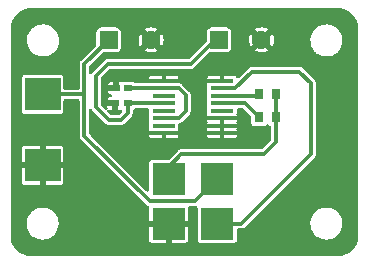
<source format=gtl>
G04 #@! TF.GenerationSoftware,KiCad,Pcbnew,(6.0.7-1)-1*
G04 #@! TF.CreationDate,2024-07-24T16:53:05+03:00*
G04 #@! TF.ProjectId,Thermal,54686572-6d61-46c2-9e6b-696361645f70,rev?*
G04 #@! TF.SameCoordinates,Original*
G04 #@! TF.FileFunction,Copper,L1,Top*
G04 #@! TF.FilePolarity,Positive*
%FSLAX46Y46*%
G04 Gerber Fmt 4.6, Leading zero omitted, Abs format (unit mm)*
G04 Created by KiCad (PCBNEW (6.0.7-1)-1) date 2024-07-24 16:53:05*
%MOMM*%
%LPD*%
G01*
G04 APERTURE LIST*
G04 Aperture macros list*
%AMRoundRect*
0 Rectangle with rounded corners*
0 $1 Rounding radius*
0 $2 $3 $4 $5 $6 $7 $8 $9 X,Y pos of 4 corners*
0 Add a 4 corners polygon primitive as box body*
4,1,4,$2,$3,$4,$5,$6,$7,$8,$9,$2,$3,0*
0 Add four circle primitives for the rounded corners*
1,1,$1+$1,$2,$3*
1,1,$1+$1,$4,$5*
1,1,$1+$1,$6,$7*
1,1,$1+$1,$8,$9*
0 Add four rect primitives between the rounded corners*
20,1,$1+$1,$2,$3,$4,$5,0*
20,1,$1+$1,$4,$5,$6,$7,0*
20,1,$1+$1,$6,$7,$8,$9,0*
20,1,$1+$1,$8,$9,$2,$3,0*%
G04 Aperture macros list end*
G04 #@! TA.AperFunction,SMDPad,CuDef*
%ADD10R,1.981200X0.355600*%
G04 #@! TD*
G04 #@! TA.AperFunction,SMDPad,CuDef*
%ADD11R,0.790094X0.540005*%
G04 #@! TD*
G04 #@! TA.AperFunction,ComponentPad*
%ADD12RoundRect,0.250000X-0.550000X-0.550000X0.550000X-0.550000X0.550000X0.550000X-0.550000X0.550000X0*%
G04 #@! TD*
G04 #@! TA.AperFunction,ComponentPad*
%ADD13C,1.600000*%
G04 #@! TD*
G04 #@! TA.AperFunction,SMDPad,CuDef*
%ADD14R,0.800000X0.900000*%
G04 #@! TD*
G04 #@! TA.AperFunction,SMDPad,CuDef*
%ADD15R,2.800000X2.700000*%
G04 #@! TD*
G04 #@! TA.AperFunction,SMDPad,CuDef*
%ADD16R,3.009906X2.799086*%
G04 #@! TD*
G04 #@! TA.AperFunction,Conductor*
%ADD17C,0.300000*%
G04 #@! TD*
G04 APERTURE END LIST*
D10*
X398226256Y-97410660D03*
X398226256Y-98045660D03*
X398226256Y-98680660D03*
X398226256Y-99315660D03*
X398226256Y-99950660D03*
X398226256Y-100585660D03*
X398226256Y-101220660D03*
X398226256Y-101855660D03*
X403153856Y-101855660D03*
X403153856Y-101220660D03*
X403153856Y-100585660D03*
X403153856Y-99950660D03*
X403153856Y-99315660D03*
X403153856Y-98680660D03*
X403153856Y-98045660D03*
X403153856Y-97410660D03*
D11*
X395190056Y-99333160D03*
X394099886Y-99333160D03*
D12*
X402900000Y-93950000D03*
D13*
X406500000Y-93950000D03*
D14*
X406290006Y-100523736D03*
X407690056Y-100523736D03*
D12*
X393550000Y-93950000D03*
D13*
X397150000Y-93950000D03*
D11*
X394144971Y-98033160D03*
X395235141Y-98033160D03*
D15*
X398630112Y-105750254D03*
X398630112Y-109516320D03*
X402750000Y-109516320D03*
X402750000Y-105750000D03*
D16*
X387963800Y-98567500D03*
X387963800Y-104567500D03*
D14*
X407690056Y-98523736D03*
X406290006Y-98523736D03*
D17*
X394590056Y-100733160D02*
X395190056Y-100133160D01*
X395207556Y-99315660D02*
X395190056Y-99333160D01*
X392500000Y-99643104D02*
X393590056Y-100733160D01*
X398226256Y-99315660D02*
X395207556Y-99315660D01*
X393500000Y-96000000D02*
X392500000Y-97000000D01*
X395190056Y-100133160D02*
X395190056Y-99333160D01*
X400500000Y-96000000D02*
X393500000Y-96000000D01*
X392500000Y-97000000D02*
X392500000Y-99643104D01*
X393590056Y-100733160D02*
X394590056Y-100733160D01*
X402550000Y-93950000D02*
X400500000Y-96000000D01*
X402900000Y-93950000D02*
X402550000Y-93950000D01*
X399516856Y-98045660D02*
X400090056Y-98618860D01*
X400090056Y-100012460D02*
X399516856Y-100585660D01*
X400090056Y-98618860D02*
X400090056Y-100012460D01*
X398226256Y-98045660D02*
X399516856Y-98045660D01*
X398226256Y-98045660D02*
X395247641Y-98045660D01*
X399516856Y-100585660D02*
X398226256Y-100585660D01*
X395247641Y-98045660D02*
X395235141Y-98033160D01*
X407690056Y-102633160D02*
X407690056Y-100523736D01*
X398630112Y-104693104D02*
X399690056Y-103633160D01*
X406690056Y-103633160D02*
X407690056Y-102633160D01*
X407690056Y-98523736D02*
X407690056Y-100523736D01*
X399690056Y-103633160D02*
X406690056Y-103633160D01*
X398630112Y-105750254D02*
X398630112Y-104693104D01*
X405081930Y-99315660D02*
X406290006Y-100523736D01*
X403153856Y-99315660D02*
X405081930Y-99315660D01*
X403153856Y-98680660D02*
X406133082Y-98680660D01*
X406133082Y-98680660D02*
X406290006Y-98523736D01*
X387963800Y-98567500D02*
X391432500Y-98567500D01*
X391432500Y-98567500D02*
X391500000Y-98500000D01*
X397063018Y-107633160D02*
X391500000Y-102070142D01*
X391500000Y-102070142D02*
X391500000Y-98500000D01*
X391500000Y-96000000D02*
X393550000Y-93950000D01*
X402750000Y-105750000D02*
X400866840Y-107633160D01*
X400866840Y-107633160D02*
X397063018Y-107633160D01*
X391500000Y-98500000D02*
X391500000Y-96000000D01*
X410690056Y-97633160D02*
X409690056Y-96633160D01*
X404806896Y-109516320D02*
X410690056Y-103633160D01*
X402750000Y-109516320D02*
X404806896Y-109516320D01*
X409690056Y-96633160D02*
X405690056Y-96633160D01*
X405690056Y-96633160D02*
X404277556Y-98045660D01*
X410690056Y-103633160D02*
X410690056Y-97633160D01*
X404277556Y-98045660D02*
X403153856Y-98045660D01*
G04 #@! TA.AperFunction,Conductor*
G36*
X412950903Y-91256921D02*
G01*
X412963800Y-91259486D01*
X412975972Y-91257065D01*
X412988379Y-91257065D01*
X412988379Y-91257705D01*
X412999158Y-91257029D01*
X413183048Y-91270181D01*
X413203220Y-91271624D01*
X413221014Y-91274182D01*
X413446760Y-91323290D01*
X413464009Y-91328355D01*
X413519156Y-91348923D01*
X413680470Y-91409090D01*
X413696817Y-91416556D01*
X413899582Y-91527275D01*
X413914705Y-91536994D01*
X414099648Y-91675441D01*
X414113234Y-91687214D01*
X414276586Y-91850566D01*
X414288359Y-91864152D01*
X414426806Y-92049095D01*
X414436525Y-92064218D01*
X414547244Y-92266983D01*
X414554710Y-92283330D01*
X414614877Y-92444644D01*
X414635445Y-92499791D01*
X414640510Y-92517040D01*
X414689618Y-92742786D01*
X414692176Y-92760580D01*
X414706547Y-92961505D01*
X414706771Y-92964639D01*
X414706095Y-92975421D01*
X414706735Y-92975421D01*
X414706735Y-92987828D01*
X414704314Y-93000000D01*
X414706735Y-93012170D01*
X414706879Y-93012894D01*
X414709300Y-93037476D01*
X414709300Y-110462524D01*
X414706879Y-110487103D01*
X414704314Y-110500000D01*
X414706735Y-110512172D01*
X414706735Y-110524579D01*
X414706095Y-110524579D01*
X414706771Y-110535358D01*
X414696441Y-110679788D01*
X414692176Y-110739420D01*
X414689618Y-110757214D01*
X414640510Y-110982960D01*
X414635445Y-111000209D01*
X414554710Y-111216670D01*
X414547244Y-111233017D01*
X414436525Y-111435782D01*
X414426806Y-111450905D01*
X414288359Y-111635848D01*
X414276586Y-111649434D01*
X414113234Y-111812786D01*
X414099648Y-111824559D01*
X413914705Y-111963006D01*
X413899582Y-111972725D01*
X413696817Y-112083444D01*
X413680470Y-112090910D01*
X413519156Y-112151077D01*
X413464009Y-112171645D01*
X413446760Y-112176710D01*
X413221014Y-112225818D01*
X413203220Y-112228376D01*
X413183048Y-112229819D01*
X412999158Y-112242971D01*
X412988379Y-112242295D01*
X412988379Y-112242935D01*
X412975972Y-112242935D01*
X412963800Y-112240514D01*
X412950903Y-112243079D01*
X412926324Y-112245500D01*
X387037476Y-112245500D01*
X387012897Y-112243079D01*
X387000000Y-112240514D01*
X386987828Y-112242935D01*
X386975421Y-112242935D01*
X386975421Y-112242295D01*
X386964642Y-112242971D01*
X386780752Y-112229819D01*
X386760580Y-112228376D01*
X386742786Y-112225818D01*
X386517040Y-112176710D01*
X386499791Y-112171645D01*
X386444644Y-112151077D01*
X386283330Y-112090910D01*
X386266983Y-112083444D01*
X386064218Y-111972725D01*
X386049095Y-111963006D01*
X385864152Y-111824559D01*
X385850566Y-111812786D01*
X385687214Y-111649434D01*
X385675441Y-111635848D01*
X385536994Y-111450905D01*
X385527275Y-111435782D01*
X385416556Y-111233017D01*
X385409090Y-111216670D01*
X385328355Y-111000209D01*
X385323290Y-110982960D01*
X385302012Y-110885148D01*
X396976113Y-110885148D01*
X396977321Y-110897408D01*
X396988427Y-110953251D01*
X396997745Y-110975747D01*
X397040095Y-111039128D01*
X397057304Y-111056337D01*
X397120687Y-111098688D01*
X397143178Y-111108004D01*
X397199027Y-111119113D01*
X397211282Y-111120320D01*
X398357997Y-111120320D01*
X398373236Y-111115845D01*
X398374441Y-111114455D01*
X398376112Y-111106772D01*
X398376112Y-111102204D01*
X398884112Y-111102204D01*
X398888587Y-111117443D01*
X398889977Y-111118648D01*
X398897660Y-111120319D01*
X400048940Y-111120319D01*
X400061200Y-111119111D01*
X400117043Y-111108005D01*
X400139539Y-111098687D01*
X400202920Y-111056337D01*
X400220129Y-111039128D01*
X400262480Y-110975745D01*
X400271796Y-110953254D01*
X400282905Y-110897405D01*
X400284112Y-110885150D01*
X400284112Y-109788435D01*
X400279637Y-109773196D01*
X400278247Y-109771991D01*
X400270564Y-109770320D01*
X398902227Y-109770320D01*
X398886988Y-109774795D01*
X398885783Y-109776185D01*
X398884112Y-109783868D01*
X398884112Y-111102204D01*
X398376112Y-111102204D01*
X398376112Y-109788435D01*
X398371637Y-109773196D01*
X398370247Y-109771991D01*
X398362564Y-109770320D01*
X396994228Y-109770320D01*
X396978989Y-109774795D01*
X396977784Y-109776185D01*
X396976113Y-109783868D01*
X396976113Y-110885148D01*
X385302012Y-110885148D01*
X385274182Y-110757214D01*
X385271624Y-110739420D01*
X385267359Y-110679788D01*
X385257029Y-110535358D01*
X385257705Y-110524579D01*
X385257065Y-110524579D01*
X385257065Y-110512172D01*
X385259486Y-110500000D01*
X385256921Y-110487103D01*
X385254500Y-110462524D01*
X385254500Y-109435964D01*
X386605912Y-109435964D01*
X386606112Y-109441292D01*
X386606112Y-109441294D01*
X386608264Y-109498599D01*
X386607505Y-109498628D01*
X386607834Y-109500016D01*
X386608140Y-109499989D01*
X386608174Y-109500377D01*
X386608265Y-109501838D01*
X386608323Y-109502085D01*
X386608448Y-109503507D01*
X386614536Y-109665669D01*
X386615631Y-109670888D01*
X386628428Y-109731879D01*
X386627661Y-109732040D01*
X386628641Y-109734316D01*
X386628737Y-109735408D01*
X386630161Y-109740722D01*
X386630264Y-109741307D01*
X386631435Y-109746210D01*
X386661739Y-109890637D01*
X386673659Y-109920820D01*
X386687775Y-109956566D01*
X386688524Y-109958541D01*
X386689897Y-109963663D01*
X386692222Y-109968649D01*
X386692223Y-109968651D01*
X386692747Y-109969775D01*
X386695734Y-109976717D01*
X386746172Y-110104436D01*
X386783073Y-110165246D01*
X386784611Y-110168126D01*
X386784690Y-110168080D01*
X386787439Y-110172841D01*
X386789765Y-110177829D01*
X386792922Y-110182337D01*
X386792924Y-110182341D01*
X386794474Y-110184555D01*
X386798981Y-110191462D01*
X386814079Y-110216342D01*
X386865421Y-110300952D01*
X386868916Y-110304979D01*
X386868917Y-110304981D01*
X386915793Y-110359000D01*
X386919355Y-110363563D01*
X386922147Y-110366890D01*
X386925305Y-110371401D01*
X386931591Y-110377687D01*
X386937661Y-110384201D01*
X387016076Y-110474566D01*
X387020207Y-110477953D01*
X387080109Y-110527070D01*
X387087374Y-110533652D01*
X387088506Y-110534602D01*
X387092399Y-110538495D01*
X387096903Y-110541649D01*
X387096908Y-110541653D01*
X387099736Y-110543633D01*
X387107354Y-110549410D01*
X387189701Y-110616931D01*
X387189707Y-110616935D01*
X387193829Y-110620315D01*
X387198468Y-110622955D01*
X387198467Y-110622955D01*
X387271155Y-110664331D01*
X387281096Y-110670622D01*
X387281460Y-110670877D01*
X387281467Y-110670881D01*
X387285971Y-110674035D01*
X387290955Y-110676359D01*
X387290960Y-110676362D01*
X387293675Y-110677628D01*
X387302752Y-110682318D01*
X387346861Y-110707426D01*
X387393598Y-110734030D01*
X387457468Y-110757214D01*
X387483298Y-110766590D01*
X387493553Y-110770833D01*
X387495148Y-110771577D01*
X387495150Y-110771578D01*
X387500137Y-110773903D01*
X387505453Y-110775327D01*
X387505455Y-110775328D01*
X387506519Y-110775613D01*
X387507502Y-110775876D01*
X387517881Y-110779143D01*
X387609671Y-110812461D01*
X387710243Y-110830648D01*
X387720416Y-110832926D01*
X387728392Y-110835063D01*
X387734790Y-110835623D01*
X387746212Y-110837152D01*
X387835869Y-110853364D01*
X387840008Y-110853559D01*
X387840015Y-110853560D01*
X387858470Y-110854430D01*
X387858477Y-110854430D01*
X387859958Y-110854500D01*
X388021512Y-110854500D01*
X388101244Y-110847735D01*
X388187533Y-110840413D01*
X388187537Y-110840412D01*
X388192844Y-110839962D01*
X388197999Y-110838624D01*
X388198005Y-110838623D01*
X388410168Y-110783556D01*
X388410167Y-110783556D01*
X388415339Y-110782214D01*
X388562212Y-110716052D01*
X388620062Y-110689993D01*
X388620065Y-110689992D01*
X388624923Y-110687803D01*
X388815603Y-110559430D01*
X388842626Y-110533652D01*
X388978071Y-110404443D01*
X388981928Y-110400764D01*
X389119142Y-110216342D01*
X389135304Y-110184555D01*
X389220902Y-110016194D01*
X389220902Y-110016193D01*
X389223320Y-110011438D01*
X389291485Y-109791911D01*
X389321688Y-109564036D01*
X389319336Y-109501401D01*
X389320095Y-109501372D01*
X389319766Y-109499984D01*
X389319460Y-109500011D01*
X389319426Y-109499623D01*
X389319335Y-109498162D01*
X389319277Y-109497915D01*
X389319152Y-109496493D01*
X389313064Y-109334331D01*
X389299172Y-109268121D01*
X389299939Y-109267960D01*
X389298959Y-109265684D01*
X389298863Y-109264592D01*
X389297439Y-109259278D01*
X389297336Y-109258693D01*
X389296162Y-109253778D01*
X389294154Y-109244205D01*
X389265861Y-109109363D01*
X389239825Y-109043434D01*
X389239076Y-109041459D01*
X389237703Y-109036337D01*
X389234853Y-109030225D01*
X389231866Y-109023283D01*
X389181428Y-108895564D01*
X389144527Y-108834754D01*
X389142989Y-108831874D01*
X389142910Y-108831920D01*
X389140161Y-108827159D01*
X389137835Y-108822171D01*
X389134676Y-108817659D01*
X389133126Y-108815445D01*
X389128619Y-108808538D01*
X389064947Y-108703609D01*
X389064945Y-108703606D01*
X389062179Y-108699048D01*
X389011807Y-108641000D01*
X389008245Y-108636437D01*
X389005453Y-108633110D01*
X389002295Y-108628599D01*
X388996009Y-108622313D01*
X388989939Y-108615799D01*
X388915024Y-108529467D01*
X388915022Y-108529465D01*
X388911524Y-108525434D01*
X388847492Y-108472930D01*
X388840226Y-108466348D01*
X388839094Y-108465398D01*
X388835201Y-108461505D01*
X388830697Y-108458351D01*
X388830692Y-108458347D01*
X388827864Y-108456367D01*
X388820246Y-108450590D01*
X388737899Y-108383069D01*
X388737893Y-108383065D01*
X388733771Y-108379685D01*
X388656445Y-108335669D01*
X388646504Y-108329378D01*
X388646140Y-108329123D01*
X388646133Y-108329119D01*
X388641629Y-108325965D01*
X388636645Y-108323641D01*
X388636640Y-108323638D01*
X388633925Y-108322372D01*
X388624848Y-108317682D01*
X388580739Y-108292574D01*
X388534002Y-108265970D01*
X388444302Y-108233410D01*
X388434047Y-108229167D01*
X388432452Y-108228423D01*
X388432450Y-108228422D01*
X388427463Y-108226097D01*
X388422147Y-108224673D01*
X388422145Y-108224672D01*
X388421081Y-108224387D01*
X388420098Y-108224124D01*
X388409719Y-108220857D01*
X388317929Y-108187539D01*
X388217357Y-108169352D01*
X388207184Y-108167074D01*
X388199208Y-108164937D01*
X388192810Y-108164377D01*
X388181388Y-108162848D01*
X388091731Y-108146636D01*
X388087592Y-108146441D01*
X388087585Y-108146440D01*
X388069130Y-108145570D01*
X388069123Y-108145570D01*
X388067642Y-108145500D01*
X387906088Y-108145500D01*
X387826356Y-108152265D01*
X387740067Y-108159587D01*
X387740063Y-108159588D01*
X387734756Y-108160038D01*
X387729601Y-108161376D01*
X387729595Y-108161377D01*
X387556858Y-108206211D01*
X387512261Y-108217786D01*
X387405297Y-108265970D01*
X387307538Y-108310007D01*
X387307535Y-108310008D01*
X387302677Y-108312197D01*
X387111997Y-108440570D01*
X387108140Y-108444249D01*
X387108138Y-108444251D01*
X387082204Y-108468991D01*
X386945672Y-108599236D01*
X386808458Y-108783658D01*
X386806042Y-108788409D01*
X386806040Y-108788413D01*
X386706698Y-108983806D01*
X386704280Y-108988562D01*
X386636115Y-109208089D01*
X386605912Y-109435964D01*
X385254500Y-109435964D01*
X385254500Y-105985871D01*
X386204848Y-105985871D01*
X386206056Y-105998131D01*
X386217162Y-106053974D01*
X386226480Y-106076470D01*
X386268830Y-106139851D01*
X386286039Y-106157060D01*
X386349422Y-106199411D01*
X386371913Y-106208727D01*
X386427762Y-106219836D01*
X386440017Y-106221043D01*
X387691685Y-106221043D01*
X387706924Y-106216568D01*
X387708129Y-106215178D01*
X387709800Y-106207495D01*
X387709800Y-106202927D01*
X388217800Y-106202927D01*
X388222275Y-106218166D01*
X388223665Y-106219371D01*
X388231348Y-106221042D01*
X389487581Y-106221042D01*
X389499841Y-106219834D01*
X389555684Y-106208728D01*
X389578180Y-106199410D01*
X389641561Y-106157060D01*
X389658770Y-106139851D01*
X389701121Y-106076468D01*
X389710437Y-106053977D01*
X389721546Y-105998128D01*
X389722753Y-105985873D01*
X389722753Y-104839615D01*
X389718278Y-104824376D01*
X389716888Y-104823171D01*
X389709205Y-104821500D01*
X388235915Y-104821500D01*
X388220676Y-104825975D01*
X388219471Y-104827365D01*
X388217800Y-104835048D01*
X388217800Y-106202927D01*
X387709800Y-106202927D01*
X387709800Y-104839615D01*
X387705325Y-104824376D01*
X387703935Y-104823171D01*
X387696252Y-104821500D01*
X386222963Y-104821500D01*
X386207724Y-104825975D01*
X386206519Y-104827365D01*
X386204848Y-104835048D01*
X386204848Y-105985871D01*
X385254500Y-105985871D01*
X385254500Y-104295385D01*
X386204847Y-104295385D01*
X386209322Y-104310624D01*
X386210712Y-104311829D01*
X386218395Y-104313500D01*
X387691685Y-104313500D01*
X387706924Y-104309025D01*
X387708129Y-104307635D01*
X387709800Y-104299952D01*
X387709800Y-104295385D01*
X388217800Y-104295385D01*
X388222275Y-104310624D01*
X388223665Y-104311829D01*
X388231348Y-104313500D01*
X389704637Y-104313500D01*
X389719876Y-104309025D01*
X389721081Y-104307635D01*
X389722752Y-104299952D01*
X389722752Y-103149129D01*
X389721544Y-103136869D01*
X389710438Y-103081026D01*
X389701120Y-103058530D01*
X389658770Y-102995149D01*
X389641561Y-102977940D01*
X389578178Y-102935589D01*
X389555687Y-102926273D01*
X389499838Y-102915164D01*
X389487583Y-102913957D01*
X388235915Y-102913957D01*
X388220676Y-102918432D01*
X388219471Y-102919822D01*
X388217800Y-102927505D01*
X388217800Y-104295385D01*
X387709800Y-104295385D01*
X387709800Y-102932073D01*
X387705325Y-102916834D01*
X387703935Y-102915629D01*
X387696252Y-102913958D01*
X386440019Y-102913958D01*
X386427759Y-102915166D01*
X386371916Y-102926272D01*
X386349420Y-102935590D01*
X386286039Y-102977940D01*
X386268830Y-102995149D01*
X386226479Y-103058532D01*
X386217163Y-103081023D01*
X386206054Y-103136872D01*
X386204847Y-103149127D01*
X386204847Y-104295385D01*
X385254500Y-104295385D01*
X385254500Y-97142890D01*
X386204347Y-97142890D01*
X386204348Y-99992109D01*
X386211459Y-100027861D01*
X386215750Y-100049434D01*
X386219113Y-100066344D01*
X386275363Y-100150527D01*
X386359546Y-100206777D01*
X386433780Y-100221543D01*
X387963552Y-100221543D01*
X389493819Y-100221542D01*
X389529571Y-100214431D01*
X389555879Y-100209199D01*
X389555881Y-100209198D01*
X389568054Y-100206777D01*
X389578374Y-100199882D01*
X389578375Y-100199881D01*
X389641921Y-100157420D01*
X389652237Y-100150527D01*
X389708487Y-100066344D01*
X389723253Y-99992110D01*
X389723253Y-99098000D01*
X389743255Y-99029879D01*
X389796911Y-98983386D01*
X389849253Y-98972000D01*
X390969500Y-98972000D01*
X391037621Y-98992002D01*
X391084114Y-99045658D01*
X391095500Y-99098000D01*
X391095500Y-102134208D01*
X391098565Y-102143640D01*
X391098565Y-102143642D01*
X391102395Y-102155429D01*
X391107011Y-102174655D01*
X391110502Y-102196697D01*
X391115003Y-102205530D01*
X391120633Y-102216580D01*
X391128199Y-102234846D01*
X391135095Y-102256071D01*
X391140925Y-102264095D01*
X391148216Y-102274131D01*
X391158545Y-102290986D01*
X391168674Y-102310865D01*
X391191462Y-102333653D01*
X391191465Y-102333657D01*
X396731692Y-107873883D01*
X396822295Y-107964486D01*
X396842176Y-107974616D01*
X396859035Y-107984947D01*
X396869068Y-107992237D01*
X396869070Y-107992238D01*
X396877090Y-107998065D01*
X396886522Y-108001130D01*
X396886523Y-108001130D01*
X396890908Y-108002555D01*
X396949515Y-108042627D01*
X396977153Y-108108023D01*
X396977368Y-108134740D01*
X396976112Y-108147491D01*
X396976112Y-109244205D01*
X396980587Y-109259444D01*
X396981977Y-109260649D01*
X396989660Y-109262320D01*
X400265996Y-109262320D01*
X400281235Y-109257845D01*
X400282440Y-109256455D01*
X400284111Y-109248772D01*
X400284111Y-108163660D01*
X400304113Y-108095539D01*
X400357769Y-108049046D01*
X400410111Y-108037660D01*
X400930906Y-108037660D01*
X400940341Y-108034594D01*
X400949788Y-108033098D01*
X401020199Y-108042197D01*
X401074514Y-108087919D01*
X401095500Y-108157547D01*
X401095501Y-110891386D01*
X401102612Y-110927138D01*
X401107806Y-110953251D01*
X401110266Y-110965621D01*
X401117161Y-110975940D01*
X401117162Y-110975942D01*
X401127734Y-110991764D01*
X401166516Y-111049804D01*
X401250699Y-111106054D01*
X401324933Y-111120820D01*
X402749769Y-111120820D01*
X404175066Y-111120819D01*
X404210818Y-111113708D01*
X404237126Y-111108476D01*
X404237128Y-111108475D01*
X404249301Y-111106054D01*
X404259621Y-111099159D01*
X404259622Y-111099158D01*
X404323168Y-111056697D01*
X404333484Y-111049804D01*
X404389734Y-110965621D01*
X404404500Y-110891387D01*
X404404500Y-110046820D01*
X404424502Y-109978699D01*
X404478158Y-109932206D01*
X404530500Y-109920820D01*
X404870962Y-109920820D01*
X404880394Y-109917755D01*
X404880396Y-109917755D01*
X404892183Y-109913925D01*
X404911409Y-109909309D01*
X404923658Y-109907369D01*
X404933451Y-109905818D01*
X404953335Y-109895686D01*
X404971601Y-109888121D01*
X404983392Y-109884290D01*
X404992825Y-109881225D01*
X405010885Y-109868104D01*
X405027742Y-109857774D01*
X405047619Y-109847646D01*
X405070407Y-109824858D01*
X405070411Y-109824855D01*
X405459302Y-109435964D01*
X410642112Y-109435964D01*
X410642312Y-109441292D01*
X410642312Y-109441294D01*
X410644464Y-109498599D01*
X410643705Y-109498628D01*
X410644034Y-109500016D01*
X410644340Y-109499989D01*
X410644374Y-109500377D01*
X410644465Y-109501838D01*
X410644523Y-109502085D01*
X410644648Y-109503507D01*
X410650736Y-109665669D01*
X410651831Y-109670888D01*
X410664628Y-109731879D01*
X410663861Y-109732040D01*
X410664841Y-109734316D01*
X410664937Y-109735408D01*
X410666361Y-109740722D01*
X410666464Y-109741307D01*
X410667635Y-109746210D01*
X410697939Y-109890637D01*
X410709859Y-109920820D01*
X410723975Y-109956566D01*
X410724724Y-109958541D01*
X410726097Y-109963663D01*
X410728422Y-109968649D01*
X410728423Y-109968651D01*
X410728947Y-109969775D01*
X410731934Y-109976717D01*
X410782372Y-110104436D01*
X410819273Y-110165246D01*
X410820811Y-110168126D01*
X410820890Y-110168080D01*
X410823639Y-110172841D01*
X410825965Y-110177829D01*
X410829122Y-110182337D01*
X410829124Y-110182341D01*
X410830674Y-110184555D01*
X410835181Y-110191462D01*
X410850279Y-110216342D01*
X410901621Y-110300952D01*
X410905116Y-110304979D01*
X410905117Y-110304981D01*
X410951993Y-110359000D01*
X410955555Y-110363563D01*
X410958347Y-110366890D01*
X410961505Y-110371401D01*
X410967791Y-110377687D01*
X410973861Y-110384201D01*
X411052276Y-110474566D01*
X411056407Y-110477953D01*
X411116309Y-110527070D01*
X411123574Y-110533652D01*
X411124706Y-110534602D01*
X411128599Y-110538495D01*
X411133103Y-110541649D01*
X411133108Y-110541653D01*
X411135936Y-110543633D01*
X411143554Y-110549410D01*
X411225901Y-110616931D01*
X411225907Y-110616935D01*
X411230029Y-110620315D01*
X411234668Y-110622955D01*
X411234667Y-110622955D01*
X411307355Y-110664331D01*
X411317296Y-110670622D01*
X411317660Y-110670877D01*
X411317667Y-110670881D01*
X411322171Y-110674035D01*
X411327155Y-110676359D01*
X411327160Y-110676362D01*
X411329875Y-110677628D01*
X411338952Y-110682318D01*
X411383061Y-110707426D01*
X411429798Y-110734030D01*
X411493668Y-110757214D01*
X411519498Y-110766590D01*
X411529753Y-110770833D01*
X411531348Y-110771577D01*
X411531350Y-110771578D01*
X411536337Y-110773903D01*
X411541653Y-110775327D01*
X411541655Y-110775328D01*
X411542719Y-110775613D01*
X411543702Y-110775876D01*
X411554081Y-110779143D01*
X411645871Y-110812461D01*
X411746443Y-110830648D01*
X411756616Y-110832926D01*
X411764592Y-110835063D01*
X411770990Y-110835623D01*
X411782412Y-110837152D01*
X411872069Y-110853364D01*
X411876208Y-110853559D01*
X411876215Y-110853560D01*
X411894670Y-110854430D01*
X411894677Y-110854430D01*
X411896158Y-110854500D01*
X412057712Y-110854500D01*
X412137444Y-110847735D01*
X412223733Y-110840413D01*
X412223737Y-110840412D01*
X412229044Y-110839962D01*
X412234199Y-110838624D01*
X412234205Y-110838623D01*
X412446368Y-110783556D01*
X412446367Y-110783556D01*
X412451539Y-110782214D01*
X412598412Y-110716052D01*
X412656262Y-110689993D01*
X412656265Y-110689992D01*
X412661123Y-110687803D01*
X412851803Y-110559430D01*
X412878826Y-110533652D01*
X413014271Y-110404443D01*
X413018128Y-110400764D01*
X413155342Y-110216342D01*
X413171504Y-110184555D01*
X413257102Y-110016194D01*
X413257102Y-110016193D01*
X413259520Y-110011438D01*
X413327685Y-109791911D01*
X413357888Y-109564036D01*
X413355536Y-109501401D01*
X413356295Y-109501372D01*
X413355966Y-109499984D01*
X413355660Y-109500011D01*
X413355626Y-109499623D01*
X413355535Y-109498162D01*
X413355477Y-109497915D01*
X413355352Y-109496493D01*
X413349264Y-109334331D01*
X413335372Y-109268121D01*
X413336139Y-109267960D01*
X413335159Y-109265684D01*
X413335063Y-109264592D01*
X413333639Y-109259278D01*
X413333536Y-109258693D01*
X413332362Y-109253778D01*
X413330354Y-109244205D01*
X413302061Y-109109363D01*
X413276025Y-109043434D01*
X413275276Y-109041459D01*
X413273903Y-109036337D01*
X413271053Y-109030225D01*
X413268066Y-109023283D01*
X413217628Y-108895564D01*
X413180727Y-108834754D01*
X413179189Y-108831874D01*
X413179110Y-108831920D01*
X413176361Y-108827159D01*
X413174035Y-108822171D01*
X413170876Y-108817659D01*
X413169326Y-108815445D01*
X413164819Y-108808538D01*
X413101147Y-108703609D01*
X413101145Y-108703606D01*
X413098379Y-108699048D01*
X413048007Y-108641000D01*
X413044445Y-108636437D01*
X413041653Y-108633110D01*
X413038495Y-108628599D01*
X413032209Y-108622313D01*
X413026139Y-108615799D01*
X412951224Y-108529467D01*
X412951222Y-108529465D01*
X412947724Y-108525434D01*
X412883692Y-108472930D01*
X412876426Y-108466348D01*
X412875294Y-108465398D01*
X412871401Y-108461505D01*
X412866897Y-108458351D01*
X412866892Y-108458347D01*
X412864064Y-108456367D01*
X412856446Y-108450590D01*
X412774099Y-108383069D01*
X412774093Y-108383065D01*
X412769971Y-108379685D01*
X412692645Y-108335669D01*
X412682704Y-108329378D01*
X412682340Y-108329123D01*
X412682333Y-108329119D01*
X412677829Y-108325965D01*
X412672845Y-108323641D01*
X412672840Y-108323638D01*
X412670125Y-108322372D01*
X412661048Y-108317682D01*
X412616939Y-108292574D01*
X412570202Y-108265970D01*
X412480502Y-108233410D01*
X412470247Y-108229167D01*
X412468652Y-108228423D01*
X412468650Y-108228422D01*
X412463663Y-108226097D01*
X412458347Y-108224673D01*
X412458345Y-108224672D01*
X412457281Y-108224387D01*
X412456298Y-108224124D01*
X412445919Y-108220857D01*
X412354129Y-108187539D01*
X412253557Y-108169352D01*
X412243384Y-108167074D01*
X412235408Y-108164937D01*
X412229010Y-108164377D01*
X412217588Y-108162848D01*
X412127931Y-108146636D01*
X412123792Y-108146441D01*
X412123785Y-108146440D01*
X412105330Y-108145570D01*
X412105323Y-108145570D01*
X412103842Y-108145500D01*
X411942288Y-108145500D01*
X411862556Y-108152265D01*
X411776267Y-108159587D01*
X411776263Y-108159588D01*
X411770956Y-108160038D01*
X411765801Y-108161376D01*
X411765795Y-108161377D01*
X411593058Y-108206211D01*
X411548461Y-108217786D01*
X411441497Y-108265970D01*
X411343738Y-108310007D01*
X411343735Y-108310008D01*
X411338877Y-108312197D01*
X411148197Y-108440570D01*
X411144340Y-108444249D01*
X411144338Y-108444251D01*
X411118404Y-108468991D01*
X410981872Y-108599236D01*
X410844658Y-108783658D01*
X410842242Y-108788409D01*
X410842240Y-108788413D01*
X410742898Y-108983806D01*
X410740480Y-108988562D01*
X410672315Y-109208089D01*
X410642112Y-109435964D01*
X405459302Y-109435964D01*
X410998591Y-103896674D01*
X411021382Y-103873883D01*
X411031513Y-103854000D01*
X411041840Y-103837147D01*
X411054961Y-103819089D01*
X411061857Y-103797864D01*
X411069423Y-103779598D01*
X411075053Y-103768548D01*
X411079554Y-103759715D01*
X411083045Y-103737673D01*
X411087661Y-103718447D01*
X411091491Y-103706660D01*
X411091491Y-103706658D01*
X411094556Y-103697226D01*
X411094556Y-97569094D01*
X411087661Y-97547873D01*
X411083045Y-97528647D01*
X411082842Y-97527364D01*
X411079554Y-97506605D01*
X411069426Y-97486728D01*
X411061859Y-97468460D01*
X411058027Y-97456666D01*
X411058025Y-97456661D01*
X411054961Y-97447232D01*
X411041842Y-97429176D01*
X411031510Y-97412315D01*
X411025882Y-97401269D01*
X411021382Y-97392437D01*
X410930779Y-97301834D01*
X409953571Y-96324625D01*
X409953567Y-96324622D01*
X409930779Y-96301834D01*
X409910900Y-96291705D01*
X409894045Y-96281376D01*
X409884009Y-96274085D01*
X409875985Y-96268255D01*
X409854760Y-96261359D01*
X409836494Y-96253793D01*
X409816611Y-96243662D01*
X409794569Y-96240171D01*
X409775343Y-96235555D01*
X409763556Y-96231725D01*
X409763554Y-96231725D01*
X409754122Y-96228660D01*
X405625990Y-96228660D01*
X405616558Y-96231725D01*
X405616556Y-96231725D01*
X405604769Y-96235555D01*
X405585543Y-96240171D01*
X405563501Y-96243662D01*
X405543618Y-96253793D01*
X405525352Y-96261359D01*
X405504127Y-96268255D01*
X405486069Y-96281376D01*
X405469216Y-96291703D01*
X405449333Y-96301834D01*
X405426542Y-96324625D01*
X404583653Y-97167513D01*
X404521341Y-97201539D01*
X404450526Y-97196474D01*
X404393690Y-97153927D01*
X404378147Y-97126630D01*
X404376823Y-97123434D01*
X404334473Y-97060052D01*
X404317264Y-97042843D01*
X404253881Y-97000492D01*
X404231390Y-96991176D01*
X404175541Y-96980067D01*
X404163286Y-96978860D01*
X403349771Y-96978860D01*
X403334532Y-96983335D01*
X403333327Y-96984725D01*
X403331656Y-96992408D01*
X403331656Y-97462460D01*
X403311654Y-97530581D01*
X403257998Y-97577074D01*
X403205656Y-97588460D01*
X401927372Y-97588460D01*
X401912133Y-97592935D01*
X401910928Y-97594325D01*
X401909257Y-97602008D01*
X401909257Y-97607288D01*
X401910465Y-97619548D01*
X401921571Y-97675391D01*
X401923181Y-97679277D01*
X401930769Y-97749867D01*
X401926659Y-97763864D01*
X401923522Y-97768559D01*
X401908756Y-97842793D01*
X401908757Y-98248526D01*
X401923522Y-98322761D01*
X401923788Y-98323159D01*
X401930492Y-98385534D01*
X401926515Y-98399080D01*
X401923522Y-98403559D01*
X401921101Y-98415728D01*
X401921101Y-98415729D01*
X401913680Y-98453039D01*
X401908756Y-98477793D01*
X401908757Y-98883526D01*
X401923522Y-98957761D01*
X401923788Y-98958159D01*
X401930492Y-99020534D01*
X401926515Y-99034080D01*
X401923522Y-99038559D01*
X401921101Y-99050728D01*
X401921101Y-99050729D01*
X401912481Y-99094068D01*
X401908756Y-99112793D01*
X401908757Y-99518526D01*
X401923522Y-99592761D01*
X401923788Y-99593159D01*
X401930492Y-99655534D01*
X401926515Y-99669080D01*
X401923522Y-99673559D01*
X401921101Y-99685728D01*
X401921101Y-99685729D01*
X401910739Y-99737824D01*
X401908756Y-99747793D01*
X401908757Y-100153526D01*
X401923522Y-100227761D01*
X401924032Y-100228524D01*
X401930769Y-100291199D01*
X401923181Y-100317041D01*
X401921572Y-100320926D01*
X401910463Y-100376775D01*
X401909256Y-100389030D01*
X401909256Y-100389745D01*
X401913731Y-100404984D01*
X401915121Y-100406189D01*
X401922804Y-100407860D01*
X404380340Y-100407860D01*
X404395579Y-100403385D01*
X404396784Y-100401995D01*
X404398455Y-100394312D01*
X404398455Y-100389032D01*
X404397247Y-100376772D01*
X404386141Y-100320929D01*
X404384531Y-100317043D01*
X404376943Y-100246453D01*
X404381053Y-100232456D01*
X404384190Y-100227761D01*
X404398956Y-100153527D01*
X404398955Y-99846159D01*
X404418957Y-99778040D01*
X404472612Y-99731547D01*
X404524955Y-99720160D01*
X404862190Y-99720160D01*
X404930311Y-99740162D01*
X404951285Y-99757065D01*
X405598601Y-100404381D01*
X405632627Y-100466693D01*
X405635506Y-100493476D01*
X405635507Y-100998802D01*
X405640515Y-101023980D01*
X405644040Y-101041702D01*
X405650272Y-101073037D01*
X405657167Y-101083356D01*
X405657168Y-101083358D01*
X405683428Y-101122658D01*
X405706522Y-101157220D01*
X405790705Y-101213470D01*
X405864939Y-101228236D01*
X406289937Y-101228236D01*
X406715072Y-101228235D01*
X406750824Y-101221124D01*
X406777132Y-101215892D01*
X406777134Y-101215891D01*
X406789307Y-101213470D01*
X406799627Y-101206575D01*
X406799628Y-101206574D01*
X406863174Y-101164113D01*
X406873490Y-101157220D01*
X406885266Y-101139596D01*
X406939743Y-101094068D01*
X407010186Y-101085220D01*
X407074230Y-101115862D01*
X407094795Y-101139595D01*
X407106572Y-101157220D01*
X407190755Y-101213470D01*
X407202929Y-101215891D01*
X407207775Y-101217899D01*
X407263055Y-101262448D01*
X407285556Y-101334308D01*
X407285556Y-102413420D01*
X407265554Y-102481541D01*
X407248651Y-102502516D01*
X406559410Y-103191756D01*
X406497098Y-103225781D01*
X406470315Y-103228660D01*
X399625990Y-103228660D01*
X399616557Y-103231725D01*
X399604770Y-103235555D01*
X399585539Y-103240172D01*
X399579419Y-103241141D01*
X399573300Y-103242110D01*
X399573299Y-103242110D01*
X399563501Y-103243662D01*
X399554666Y-103248164D01*
X399554662Y-103248165D01*
X399543613Y-103253795D01*
X399525351Y-103261359D01*
X399513559Y-103265191D01*
X399513557Y-103265192D01*
X399504127Y-103268256D01*
X399486073Y-103281373D01*
X399469216Y-103291703D01*
X399449333Y-103301834D01*
X399426545Y-103324622D01*
X399426541Y-103324625D01*
X398642316Y-104108850D01*
X398580004Y-104142876D01*
X398553221Y-104145755D01*
X397205046Y-104145755D01*
X397169294Y-104152866D01*
X397142986Y-104158098D01*
X397142984Y-104158099D01*
X397130811Y-104160520D01*
X397120491Y-104167415D01*
X397120490Y-104167416D01*
X397099275Y-104181592D01*
X397046628Y-104216770D01*
X396990378Y-104300953D01*
X396975612Y-104375187D01*
X396975612Y-104381374D01*
X396975613Y-106669516D01*
X396955611Y-106737637D01*
X396901955Y-106784130D01*
X396831681Y-106794234D01*
X396767101Y-106764740D01*
X396760518Y-106758611D01*
X394383285Y-104381377D01*
X392054196Y-102052288D01*
X396981657Y-102052288D01*
X396982865Y-102064548D01*
X396993971Y-102120391D01*
X397003289Y-102142887D01*
X397045639Y-102206268D01*
X397062848Y-102223477D01*
X397126231Y-102265828D01*
X397148722Y-102275144D01*
X397204571Y-102286253D01*
X397216826Y-102287460D01*
X398030341Y-102287460D01*
X398045580Y-102282985D01*
X398046785Y-102281595D01*
X398048456Y-102273912D01*
X398048456Y-102269344D01*
X398404056Y-102269344D01*
X398408531Y-102284583D01*
X398409921Y-102285788D01*
X398417604Y-102287459D01*
X399235684Y-102287459D01*
X399247944Y-102286251D01*
X399303787Y-102275145D01*
X399326283Y-102265827D01*
X399389664Y-102223477D01*
X399406873Y-102206268D01*
X399449224Y-102142885D01*
X399458540Y-102120394D01*
X399469649Y-102064545D01*
X399470856Y-102052290D01*
X399470856Y-102052288D01*
X401909257Y-102052288D01*
X401910465Y-102064548D01*
X401921571Y-102120391D01*
X401930889Y-102142887D01*
X401973239Y-102206268D01*
X401990448Y-102223477D01*
X402053831Y-102265828D01*
X402076322Y-102275144D01*
X402132171Y-102286253D01*
X402144426Y-102287460D01*
X402957941Y-102287460D01*
X402973180Y-102282985D01*
X402974385Y-102281595D01*
X402976056Y-102273912D01*
X402976056Y-102269344D01*
X403331656Y-102269344D01*
X403336131Y-102284583D01*
X403337521Y-102285788D01*
X403345204Y-102287459D01*
X404163284Y-102287459D01*
X404175544Y-102286251D01*
X404231387Y-102275145D01*
X404253883Y-102265827D01*
X404317264Y-102223477D01*
X404334473Y-102206268D01*
X404376824Y-102142885D01*
X404386140Y-102120394D01*
X404397249Y-102064545D01*
X404398456Y-102052290D01*
X404398456Y-102051575D01*
X404393981Y-102036336D01*
X404392591Y-102035131D01*
X404384908Y-102033460D01*
X403349771Y-102033460D01*
X403334532Y-102037935D01*
X403333327Y-102039325D01*
X403331656Y-102047008D01*
X403331656Y-102269344D01*
X402976056Y-102269344D01*
X402976056Y-102051575D01*
X402971581Y-102036336D01*
X402970191Y-102035131D01*
X402962508Y-102033460D01*
X401927372Y-102033460D01*
X401912133Y-102037935D01*
X401910928Y-102039325D01*
X401909257Y-102047008D01*
X401909257Y-102052288D01*
X399470856Y-102052288D01*
X399470856Y-102051575D01*
X399466381Y-102036336D01*
X399464991Y-102035131D01*
X399457308Y-102033460D01*
X398422171Y-102033460D01*
X398406932Y-102037935D01*
X398405727Y-102039325D01*
X398404056Y-102047008D01*
X398404056Y-102269344D01*
X398048456Y-102269344D01*
X398048456Y-102051575D01*
X398043981Y-102036336D01*
X398042591Y-102035131D01*
X398034908Y-102033460D01*
X396999772Y-102033460D01*
X396984533Y-102037935D01*
X396983328Y-102039325D01*
X396981657Y-102047008D01*
X396981657Y-102052288D01*
X392054196Y-102052288D01*
X391941405Y-101939497D01*
X391907379Y-101877185D01*
X391904500Y-101850402D01*
X391904500Y-99897876D01*
X391924502Y-99829755D01*
X391978158Y-99783262D01*
X392048432Y-99773158D01*
X392113012Y-99802652D01*
X392134177Y-99829698D01*
X392135094Y-99829032D01*
X392148216Y-99847093D01*
X392158545Y-99863948D01*
X392168674Y-99883827D01*
X392191462Y-99906615D01*
X392191465Y-99906619D01*
X393326541Y-101041695D01*
X393326545Y-101041698D01*
X393349333Y-101064486D01*
X393366115Y-101073037D01*
X393369210Y-101074614D01*
X393386067Y-101084944D01*
X393404127Y-101098065D01*
X393413560Y-101101130D01*
X393425351Y-101104961D01*
X393443617Y-101112526D01*
X393463501Y-101122658D01*
X393473294Y-101124209D01*
X393485543Y-101126149D01*
X393504769Y-101130765D01*
X393516556Y-101134595D01*
X393516558Y-101134595D01*
X393525990Y-101137660D01*
X394654122Y-101137660D01*
X394663554Y-101134595D01*
X394663556Y-101134595D01*
X394675343Y-101130765D01*
X394694569Y-101126149D01*
X394706818Y-101124209D01*
X394716611Y-101122658D01*
X394736495Y-101112526D01*
X394754761Y-101104961D01*
X394766552Y-101101130D01*
X394775985Y-101098065D01*
X394794045Y-101084944D01*
X394810902Y-101074614D01*
X394813997Y-101073037D01*
X394830779Y-101064486D01*
X394853567Y-101041698D01*
X394853571Y-101041695D01*
X395498591Y-100396675D01*
X395498594Y-100396671D01*
X395521382Y-100373883D01*
X395531513Y-100354000D01*
X395541843Y-100337143D01*
X395549132Y-100327110D01*
X395554960Y-100319089D01*
X395558025Y-100309657D01*
X395561857Y-100297865D01*
X395569421Y-100279603D01*
X395575051Y-100268554D01*
X395575052Y-100268550D01*
X395579554Y-100259715D01*
X395583044Y-100237677D01*
X395587661Y-100218446D01*
X395591491Y-100206659D01*
X395594556Y-100197226D01*
X395594556Y-99961682D01*
X395614558Y-99893561D01*
X395672302Y-99845303D01*
X395684404Y-99842896D01*
X395768587Y-99786646D01*
X395775596Y-99776156D01*
X395775948Y-99775862D01*
X395784257Y-99767553D01*
X395785001Y-99768297D01*
X395830073Y-99730630D01*
X395880360Y-99720160D01*
X396855156Y-99720160D01*
X396923277Y-99740162D01*
X396969770Y-99793818D01*
X396981156Y-99846160D01*
X396981157Y-99998178D01*
X396981157Y-100153526D01*
X396995922Y-100227761D01*
X396996188Y-100228159D01*
X397002892Y-100290534D01*
X396998915Y-100304080D01*
X396995922Y-100308559D01*
X396993501Y-100320728D01*
X396993501Y-100320729D01*
X396990236Y-100337143D01*
X396981156Y-100382793D01*
X396981157Y-100788526D01*
X396995922Y-100862761D01*
X396996188Y-100863159D01*
X397002892Y-100925534D01*
X396998915Y-100939080D01*
X396995922Y-100943559D01*
X396993501Y-100955728D01*
X396993501Y-100955729D01*
X396984933Y-100998803D01*
X396981156Y-101017793D01*
X396981157Y-101423526D01*
X396988268Y-101459278D01*
X396993463Y-101485396D01*
X396995922Y-101497761D01*
X396996432Y-101498524D01*
X397003169Y-101561199D01*
X396995581Y-101587041D01*
X396993972Y-101590926D01*
X396982863Y-101646775D01*
X396981656Y-101659030D01*
X396981656Y-101659745D01*
X396986131Y-101674984D01*
X396987521Y-101676189D01*
X396995204Y-101677860D01*
X399452740Y-101677860D01*
X399467979Y-101673385D01*
X399469184Y-101671995D01*
X399470855Y-101664312D01*
X399470855Y-101659745D01*
X401909256Y-101659745D01*
X401913731Y-101674984D01*
X401915121Y-101676189D01*
X401922804Y-101677860D01*
X402957941Y-101677860D01*
X402973180Y-101673385D01*
X402974385Y-101671995D01*
X402976056Y-101664312D01*
X402976056Y-101659745D01*
X403331656Y-101659745D01*
X403336131Y-101674984D01*
X403337521Y-101676189D01*
X403345204Y-101677860D01*
X404380340Y-101677860D01*
X404395579Y-101673385D01*
X404396784Y-101671995D01*
X404398455Y-101664312D01*
X404398455Y-101659032D01*
X404397247Y-101646772D01*
X404386140Y-101590924D01*
X404384255Y-101586374D01*
X404376668Y-101515784D01*
X404384257Y-101489941D01*
X404386140Y-101485396D01*
X404397249Y-101429545D01*
X404398456Y-101417290D01*
X404398456Y-101416575D01*
X404393981Y-101401336D01*
X404392591Y-101400131D01*
X404384908Y-101398460D01*
X403349771Y-101398460D01*
X403334532Y-101402935D01*
X403333327Y-101404325D01*
X403331656Y-101412008D01*
X403331656Y-101659745D01*
X402976056Y-101659745D01*
X402976056Y-101416575D01*
X402971581Y-101401336D01*
X402970191Y-101400131D01*
X402962508Y-101398460D01*
X401927372Y-101398460D01*
X401912133Y-101402935D01*
X401910928Y-101404325D01*
X401909257Y-101412008D01*
X401909257Y-101417288D01*
X401910465Y-101429548D01*
X401921572Y-101485393D01*
X401923456Y-101489942D01*
X401931045Y-101560532D01*
X401923456Y-101586376D01*
X401921572Y-101590924D01*
X401910463Y-101646775D01*
X401909256Y-101659030D01*
X401909256Y-101659745D01*
X399470855Y-101659745D01*
X399470855Y-101659032D01*
X399469647Y-101646772D01*
X399458541Y-101590929D01*
X399456931Y-101587043D01*
X399449343Y-101516453D01*
X399453453Y-101502456D01*
X399456590Y-101497761D01*
X399471356Y-101423527D01*
X399471355Y-101113556D01*
X399491357Y-101045437D01*
X399515236Y-101024745D01*
X401909256Y-101024745D01*
X401913731Y-101039984D01*
X401915121Y-101041189D01*
X401922804Y-101042860D01*
X402957941Y-101042860D01*
X402973180Y-101038385D01*
X402974385Y-101036995D01*
X402976056Y-101029312D01*
X402976056Y-101024745D01*
X403331656Y-101024745D01*
X403336131Y-101039984D01*
X403337521Y-101041189D01*
X403345204Y-101042860D01*
X404380340Y-101042860D01*
X404395579Y-101038385D01*
X404396784Y-101036995D01*
X404398455Y-101029312D01*
X404398455Y-101024032D01*
X404397247Y-101011772D01*
X404386140Y-100955924D01*
X404384255Y-100951374D01*
X404376668Y-100880784D01*
X404384257Y-100854941D01*
X404386140Y-100850396D01*
X404397249Y-100794545D01*
X404398456Y-100782290D01*
X404398456Y-100781575D01*
X404393981Y-100766336D01*
X404392591Y-100765131D01*
X404384908Y-100763460D01*
X403349771Y-100763460D01*
X403334532Y-100767935D01*
X403333327Y-100769325D01*
X403331656Y-100777008D01*
X403331656Y-101024745D01*
X402976056Y-101024745D01*
X402976056Y-100781575D01*
X402971581Y-100766336D01*
X402970191Y-100765131D01*
X402962508Y-100763460D01*
X401927372Y-100763460D01*
X401912133Y-100767935D01*
X401910928Y-100769325D01*
X401909257Y-100777008D01*
X401909257Y-100782288D01*
X401910465Y-100794548D01*
X401921572Y-100850393D01*
X401923456Y-100854942D01*
X401931045Y-100925532D01*
X401923456Y-100951376D01*
X401921572Y-100955924D01*
X401910463Y-101011775D01*
X401909256Y-101024030D01*
X401909256Y-101024745D01*
X399515236Y-101024745D01*
X399545012Y-100998944D01*
X399574155Y-100990160D01*
X399580922Y-100990160D01*
X399602142Y-100983265D01*
X399621369Y-100978649D01*
X399633618Y-100976709D01*
X399643411Y-100975158D01*
X399663295Y-100965026D01*
X399681561Y-100957461D01*
X399693352Y-100953630D01*
X399702785Y-100950565D01*
X399720845Y-100937444D01*
X399737702Y-100927114D01*
X399740807Y-100925532D01*
X399757579Y-100916986D01*
X399780367Y-100894198D01*
X399780371Y-100894195D01*
X400398591Y-100275975D01*
X400398594Y-100275971D01*
X400421382Y-100253183D01*
X400431513Y-100233300D01*
X400441843Y-100216443D01*
X400454960Y-100198389D01*
X400458561Y-100187308D01*
X400461857Y-100177165D01*
X400469421Y-100158903D01*
X400475051Y-100147854D01*
X400475052Y-100147850D01*
X400479554Y-100139015D01*
X400483044Y-100116977D01*
X400487661Y-100097746D01*
X400491491Y-100085959D01*
X400494556Y-100076526D01*
X400494556Y-98554794D01*
X400487661Y-98533574D01*
X400483044Y-98514342D01*
X400481106Y-98502104D01*
X400481106Y-98502103D01*
X400479554Y-98492305D01*
X400475052Y-98483470D01*
X400475051Y-98483466D01*
X400469421Y-98472417D01*
X400461857Y-98454155D01*
X400458025Y-98442363D01*
X400458024Y-98442361D01*
X400454960Y-98432931D01*
X400441843Y-98414877D01*
X400431513Y-98398020D01*
X400430514Y-98396060D01*
X400421382Y-98378137D01*
X400398594Y-98355349D01*
X400398591Y-98355345D01*
X399780371Y-97737125D01*
X399780367Y-97737122D01*
X399757579Y-97714334D01*
X399737700Y-97704205D01*
X399720845Y-97693876D01*
X399710809Y-97686585D01*
X399702785Y-97680755D01*
X399681560Y-97673859D01*
X399663294Y-97666293D01*
X399658513Y-97663857D01*
X399643411Y-97656162D01*
X399621369Y-97652671D01*
X399602143Y-97648055D01*
X399590356Y-97644225D01*
X399590354Y-97644225D01*
X399580922Y-97641160D01*
X399570877Y-97641160D01*
X399570729Y-97641117D01*
X399561211Y-97639609D01*
X399561406Y-97638379D01*
X399502756Y-97621158D01*
X399488365Y-97610385D01*
X399464991Y-97590131D01*
X399457308Y-97588460D01*
X396999772Y-97588460D01*
X396984532Y-97592935D01*
X396980427Y-97597672D01*
X396920701Y-97636056D01*
X396885203Y-97641160D01*
X395922104Y-97641160D01*
X395853983Y-97621158D01*
X395830257Y-97597852D01*
X395829342Y-97598767D01*
X395820565Y-97589990D01*
X395813672Y-97579674D01*
X395729489Y-97523424D01*
X395655255Y-97508658D01*
X395235209Y-97508658D01*
X394815028Y-97508659D01*
X394740793Y-97523424D01*
X394734375Y-97527712D01*
X394667015Y-97534952D01*
X394641172Y-97527364D01*
X394626952Y-97521474D01*
X394571103Y-97510365D01*
X394558848Y-97509158D01*
X394417086Y-97509158D01*
X394401847Y-97513633D01*
X394400642Y-97515023D01*
X394398971Y-97522706D01*
X394398971Y-98161160D01*
X394378969Y-98229281D01*
X394325313Y-98275774D01*
X394272971Y-98287160D01*
X393514040Y-98287160D01*
X393498801Y-98291635D01*
X393497596Y-98293025D01*
X393495925Y-98300708D01*
X393495925Y-98321990D01*
X393497133Y-98334250D01*
X393508239Y-98390093D01*
X393517557Y-98412589D01*
X393559907Y-98475970D01*
X393577116Y-98493179D01*
X393640499Y-98535530D01*
X393662990Y-98544846D01*
X393718839Y-98555955D01*
X393737226Y-98557766D01*
X393803058Y-98584349D01*
X393844068Y-98642303D01*
X393847235Y-98713229D01*
X393811554Y-98774608D01*
X393748353Y-98806952D01*
X393724876Y-98809159D01*
X393686011Y-98809159D01*
X393673751Y-98810367D01*
X393617908Y-98821473D01*
X393595412Y-98830791D01*
X393532031Y-98873141D01*
X393514822Y-98890350D01*
X393472471Y-98953733D01*
X393463155Y-98976224D01*
X393452046Y-99032073D01*
X393450839Y-99044328D01*
X393450839Y-99061045D01*
X393455314Y-99076284D01*
X393456704Y-99077489D01*
X393464387Y-99079160D01*
X394227886Y-99079160D01*
X394296007Y-99099162D01*
X394342500Y-99152818D01*
X394353886Y-99205160D01*
X394353886Y-99839046D01*
X394358361Y-99854285D01*
X394359751Y-99855490D01*
X394367434Y-99857161D01*
X394513761Y-99857161D01*
X394526018Y-99855954D01*
X394579501Y-99845316D01*
X394650215Y-99851645D01*
X394706282Y-99895200D01*
X394729900Y-99962153D01*
X394713572Y-100031246D01*
X394693176Y-100057990D01*
X394459411Y-100291755D01*
X394397099Y-100325781D01*
X394370316Y-100328660D01*
X393809796Y-100328660D01*
X393741675Y-100308658D01*
X393720701Y-100291755D01*
X393478380Y-100049434D01*
X393444354Y-99987122D01*
X393449419Y-99916307D01*
X393491966Y-99859471D01*
X393558486Y-99834660D01*
X393615692Y-99843930D01*
X393617903Y-99844846D01*
X393673754Y-99855955D01*
X393686009Y-99857162D01*
X393827771Y-99857162D01*
X393843010Y-99852687D01*
X393844215Y-99851297D01*
X393845886Y-99843614D01*
X393845886Y-99605275D01*
X393841411Y-99590036D01*
X393840021Y-99588831D01*
X393832338Y-99587160D01*
X393468955Y-99587160D01*
X393453716Y-99591635D01*
X393452511Y-99593025D01*
X393450840Y-99600708D01*
X393450840Y-99621990D01*
X393452048Y-99634250D01*
X393463155Y-99690096D01*
X393464073Y-99692312D01*
X393464634Y-99697532D01*
X393465576Y-99702268D01*
X393465152Y-99702352D01*
X393471660Y-99762902D01*
X393439879Y-99826388D01*
X393378820Y-99862614D01*
X393307869Y-99860078D01*
X393258568Y-99829622D01*
X392941405Y-99512459D01*
X392907379Y-99450147D01*
X392904500Y-99423364D01*
X392904500Y-97761045D01*
X393495924Y-97761045D01*
X393500399Y-97776284D01*
X393501789Y-97777489D01*
X393509472Y-97779160D01*
X393872856Y-97779160D01*
X393888095Y-97774685D01*
X393889300Y-97773295D01*
X393890971Y-97765612D01*
X393890971Y-97527274D01*
X393886496Y-97512035D01*
X393885106Y-97510830D01*
X393877423Y-97509159D01*
X393731096Y-97509159D01*
X393718836Y-97510367D01*
X393662993Y-97521473D01*
X393640497Y-97530791D01*
X393577116Y-97573141D01*
X393559907Y-97590350D01*
X393517556Y-97653733D01*
X393508240Y-97676224D01*
X393497131Y-97732073D01*
X393495924Y-97744328D01*
X393495924Y-97761045D01*
X392904500Y-97761045D01*
X392904500Y-97219741D01*
X392905967Y-97214745D01*
X396981656Y-97214745D01*
X396986131Y-97229984D01*
X396987521Y-97231189D01*
X396995204Y-97232860D01*
X398030341Y-97232860D01*
X398045580Y-97228385D01*
X398046785Y-97226995D01*
X398048456Y-97219312D01*
X398048456Y-97214745D01*
X398404056Y-97214745D01*
X398408531Y-97229984D01*
X398409921Y-97231189D01*
X398417604Y-97232860D01*
X399452740Y-97232860D01*
X399467979Y-97228385D01*
X399469184Y-97226995D01*
X399470855Y-97219312D01*
X399470855Y-97214745D01*
X401909256Y-97214745D01*
X401913731Y-97229984D01*
X401915121Y-97231189D01*
X401922804Y-97232860D01*
X402957941Y-97232860D01*
X402973180Y-97228385D01*
X402974385Y-97226995D01*
X402976056Y-97219312D01*
X402976056Y-96996976D01*
X402971581Y-96981737D01*
X402970191Y-96980532D01*
X402962508Y-96978861D01*
X402144428Y-96978861D01*
X402132168Y-96980069D01*
X402076325Y-96991175D01*
X402053829Y-97000493D01*
X401990448Y-97042843D01*
X401973239Y-97060052D01*
X401930888Y-97123435D01*
X401921572Y-97145926D01*
X401910463Y-97201775D01*
X401909256Y-97214030D01*
X401909256Y-97214745D01*
X399470855Y-97214745D01*
X399470855Y-97214032D01*
X399469647Y-97201772D01*
X399458541Y-97145929D01*
X399449223Y-97123433D01*
X399406873Y-97060052D01*
X399389664Y-97042843D01*
X399326281Y-97000492D01*
X399303790Y-96991176D01*
X399247941Y-96980067D01*
X399235686Y-96978860D01*
X398422171Y-96978860D01*
X398406932Y-96983335D01*
X398405727Y-96984725D01*
X398404056Y-96992408D01*
X398404056Y-97214745D01*
X398048456Y-97214745D01*
X398048456Y-96996976D01*
X398043981Y-96981737D01*
X398042591Y-96980532D01*
X398034908Y-96978861D01*
X397216828Y-96978861D01*
X397204568Y-96980069D01*
X397148725Y-96991175D01*
X397126229Y-97000493D01*
X397062848Y-97042843D01*
X397045639Y-97060052D01*
X397003288Y-97123435D01*
X396993972Y-97145926D01*
X396982863Y-97201775D01*
X396981656Y-97214030D01*
X396981656Y-97214745D01*
X392905967Y-97214745D01*
X392924502Y-97151620D01*
X392941404Y-97130646D01*
X393630644Y-96441405D01*
X393692957Y-96407380D01*
X393719740Y-96404500D01*
X400564066Y-96404500D01*
X400573498Y-96401435D01*
X400573500Y-96401435D01*
X400585287Y-96397605D01*
X400604513Y-96392989D01*
X400616762Y-96391049D01*
X400626555Y-96389498D01*
X400646439Y-96379366D01*
X400664705Y-96371801D01*
X400676496Y-96367970D01*
X400685929Y-96364905D01*
X400703989Y-96351784D01*
X400720846Y-96341454D01*
X400740723Y-96331326D01*
X400763511Y-96308538D01*
X400763515Y-96308535D01*
X402062233Y-95009817D01*
X402124545Y-94975791D01*
X402195556Y-94980930D01*
X402223357Y-94991352D01*
X402233158Y-94995026D01*
X402240552Y-94997798D01*
X402248402Y-94998651D01*
X402248403Y-94998651D01*
X402298847Y-95004131D01*
X402302244Y-95004500D01*
X403497756Y-95004500D01*
X403501153Y-95004131D01*
X403551597Y-94998651D01*
X403551598Y-94998651D01*
X403559448Y-94997798D01*
X403566841Y-94995026D01*
X403566843Y-94995026D01*
X403632178Y-94970533D01*
X403694764Y-94947071D01*
X403701943Y-94941691D01*
X403701946Y-94941689D01*
X403803224Y-94865785D01*
X403810404Y-94860404D01*
X403815999Y-94852938D01*
X405961892Y-94852938D01*
X405966801Y-94859496D01*
X406070612Y-94917514D01*
X406081851Y-94922424D01*
X406266715Y-94982490D01*
X406278689Y-94985123D01*
X406471708Y-95008139D01*
X406483957Y-95008396D01*
X406677769Y-94993483D01*
X406689849Y-94991352D01*
X406877061Y-94939081D01*
X406888494Y-94934647D01*
X407029749Y-94863294D01*
X407040033Y-94853649D01*
X407037795Y-94847005D01*
X406512812Y-94322022D01*
X406498868Y-94314408D01*
X406497035Y-94314539D01*
X406490420Y-94318790D01*
X405968652Y-94840558D01*
X405961892Y-94852938D01*
X403815999Y-94852938D01*
X403858379Y-94796391D01*
X403891689Y-94751946D01*
X403891691Y-94751943D01*
X403897071Y-94744764D01*
X403947798Y-94609448D01*
X403954500Y-94547756D01*
X403954500Y-93941357D01*
X405441519Y-93941357D01*
X405457783Y-94135049D01*
X405459997Y-94147108D01*
X405513576Y-94333961D01*
X405518089Y-94345358D01*
X405586984Y-94479414D01*
X405596701Y-94489632D01*
X405603502Y-94487288D01*
X406127978Y-93962812D01*
X406134356Y-93951132D01*
X406864408Y-93951132D01*
X406864539Y-93952965D01*
X406868790Y-93959580D01*
X407390401Y-94481191D01*
X407402781Y-94487951D01*
X407409515Y-94482910D01*
X407464490Y-94386138D01*
X407469483Y-94374922D01*
X407530834Y-94190494D01*
X407533554Y-94178523D01*
X407558244Y-93983075D01*
X407558736Y-93976048D01*
X407559051Y-93953523D01*
X407558756Y-93946494D01*
X407557724Y-93935964D01*
X410642112Y-93935964D01*
X410642312Y-93941292D01*
X410642312Y-93941294D01*
X410644464Y-93998599D01*
X410643705Y-93998628D01*
X410644034Y-94000016D01*
X410644340Y-93999989D01*
X410644374Y-94000377D01*
X410644465Y-94001838D01*
X410644523Y-94002085D01*
X410644648Y-94003507D01*
X410650736Y-94165669D01*
X410651831Y-94170888D01*
X410664628Y-94231879D01*
X410663861Y-94232040D01*
X410664841Y-94234316D01*
X410664937Y-94235408D01*
X410666361Y-94240722D01*
X410666464Y-94241307D01*
X410667635Y-94246210D01*
X410697939Y-94390637D01*
X410720743Y-94448381D01*
X410723975Y-94456566D01*
X410724724Y-94458541D01*
X410726097Y-94463663D01*
X410728420Y-94468644D01*
X410728947Y-94469775D01*
X410731934Y-94476717D01*
X410782372Y-94604436D01*
X410819273Y-94665246D01*
X410820811Y-94668126D01*
X410820890Y-94668080D01*
X410823639Y-94672841D01*
X410825965Y-94677829D01*
X410829122Y-94682337D01*
X410829124Y-94682341D01*
X410830674Y-94684555D01*
X410835181Y-94691462D01*
X410871884Y-94751946D01*
X410901621Y-94800952D01*
X410905116Y-94804979D01*
X410905117Y-94804981D01*
X410951993Y-94859000D01*
X410955555Y-94863563D01*
X410958347Y-94866890D01*
X410961505Y-94871401D01*
X410967791Y-94877687D01*
X410973861Y-94884201D01*
X411023747Y-94941689D01*
X411052276Y-94974566D01*
X411081650Y-94998651D01*
X411116309Y-95027070D01*
X411123574Y-95033652D01*
X411124706Y-95034602D01*
X411128599Y-95038495D01*
X411133103Y-95041649D01*
X411133108Y-95041653D01*
X411135936Y-95043633D01*
X411143554Y-95049410D01*
X411225901Y-95116931D01*
X411225907Y-95116935D01*
X411230029Y-95120315D01*
X411234668Y-95122955D01*
X411234667Y-95122955D01*
X411307355Y-95164331D01*
X411317296Y-95170622D01*
X411317660Y-95170877D01*
X411317667Y-95170881D01*
X411322171Y-95174035D01*
X411327155Y-95176359D01*
X411327160Y-95176362D01*
X411329875Y-95177628D01*
X411338952Y-95182318D01*
X411383061Y-95207426D01*
X411429798Y-95234030D01*
X411519498Y-95266590D01*
X411529753Y-95270833D01*
X411531348Y-95271577D01*
X411531350Y-95271578D01*
X411536337Y-95273903D01*
X411541653Y-95275327D01*
X411541655Y-95275328D01*
X411542719Y-95275613D01*
X411543702Y-95275876D01*
X411554081Y-95279143D01*
X411645871Y-95312461D01*
X411746443Y-95330648D01*
X411756616Y-95332926D01*
X411764592Y-95335063D01*
X411770990Y-95335623D01*
X411782412Y-95337152D01*
X411872069Y-95353364D01*
X411876208Y-95353559D01*
X411876215Y-95353560D01*
X411894670Y-95354430D01*
X411894677Y-95354430D01*
X411896158Y-95354500D01*
X412057712Y-95354500D01*
X412137444Y-95347735D01*
X412223733Y-95340413D01*
X412223737Y-95340412D01*
X412229044Y-95339962D01*
X412234199Y-95338624D01*
X412234205Y-95338623D01*
X412446368Y-95283556D01*
X412446367Y-95283556D01*
X412451539Y-95282214D01*
X412598412Y-95216052D01*
X412656262Y-95189993D01*
X412656265Y-95189992D01*
X412661123Y-95187803D01*
X412851803Y-95059430D01*
X412878826Y-95033652D01*
X412963943Y-94952454D01*
X413018128Y-94900764D01*
X413046007Y-94863294D01*
X413152156Y-94720624D01*
X413155342Y-94716342D01*
X413171504Y-94684555D01*
X413257102Y-94516194D01*
X413257102Y-94516193D01*
X413259520Y-94511438D01*
X413320659Y-94314539D01*
X413326103Y-94297006D01*
X413327685Y-94291911D01*
X413345124Y-94160338D01*
X413357188Y-94069319D01*
X413357188Y-94069316D01*
X413357888Y-94064036D01*
X413355536Y-94001401D01*
X413356295Y-94001372D01*
X413355966Y-93999984D01*
X413355660Y-94000011D01*
X413355626Y-93999623D01*
X413355535Y-93998162D01*
X413355477Y-93997915D01*
X413355352Y-93996493D01*
X413349264Y-93834331D01*
X413335372Y-93768121D01*
X413336139Y-93767960D01*
X413335159Y-93765684D01*
X413335063Y-93764592D01*
X413333639Y-93759278D01*
X413333536Y-93758693D01*
X413332362Y-93753778D01*
X413331658Y-93750419D01*
X413302061Y-93609363D01*
X413276025Y-93543434D01*
X413275276Y-93541459D01*
X413273903Y-93536337D01*
X413271053Y-93530225D01*
X413268066Y-93523283D01*
X413217628Y-93395564D01*
X413180727Y-93334754D01*
X413179189Y-93331874D01*
X413179110Y-93331920D01*
X413176361Y-93327159D01*
X413174035Y-93322171D01*
X413170876Y-93317659D01*
X413169326Y-93315445D01*
X413164819Y-93308538D01*
X413101147Y-93203609D01*
X413101145Y-93203606D01*
X413098379Y-93199048D01*
X413067653Y-93163640D01*
X413048007Y-93141000D01*
X413044445Y-93136437D01*
X413041653Y-93133110D01*
X413038495Y-93128599D01*
X413032209Y-93122313D01*
X413026139Y-93115799D01*
X412951224Y-93029467D01*
X412951222Y-93029465D01*
X412947724Y-93025434D01*
X412883692Y-92972930D01*
X412876426Y-92966348D01*
X412875294Y-92965398D01*
X412871401Y-92961505D01*
X412866897Y-92958351D01*
X412866892Y-92958347D01*
X412864064Y-92956367D01*
X412856446Y-92950590D01*
X412774099Y-92883069D01*
X412774093Y-92883065D01*
X412769971Y-92879685D01*
X412692645Y-92835669D01*
X412682704Y-92829378D01*
X412682340Y-92829123D01*
X412682333Y-92829119D01*
X412677829Y-92825965D01*
X412672845Y-92823641D01*
X412672840Y-92823638D01*
X412670125Y-92822372D01*
X412661048Y-92817682D01*
X412616939Y-92792574D01*
X412570202Y-92765970D01*
X412480502Y-92733410D01*
X412470247Y-92729167D01*
X412468652Y-92728423D01*
X412468650Y-92728422D01*
X412463663Y-92726097D01*
X412458347Y-92724673D01*
X412458345Y-92724672D01*
X412457281Y-92724387D01*
X412456298Y-92724124D01*
X412445919Y-92720857D01*
X412354129Y-92687539D01*
X412253557Y-92669352D01*
X412243384Y-92667074D01*
X412235408Y-92664937D01*
X412229010Y-92664377D01*
X412217588Y-92662848D01*
X412127931Y-92646636D01*
X412123792Y-92646441D01*
X412123785Y-92646440D01*
X412105330Y-92645570D01*
X412105323Y-92645570D01*
X412103842Y-92645500D01*
X411942288Y-92645500D01*
X411862556Y-92652265D01*
X411776267Y-92659587D01*
X411776263Y-92659588D01*
X411770956Y-92660038D01*
X411765801Y-92661376D01*
X411765795Y-92661377D01*
X411593058Y-92706211D01*
X411548461Y-92717786D01*
X411441497Y-92765970D01*
X411343738Y-92810007D01*
X411343735Y-92810008D01*
X411338877Y-92812197D01*
X411148197Y-92940570D01*
X411144340Y-92944249D01*
X411144338Y-92944251D01*
X411105225Y-92981563D01*
X410981872Y-93099236D01*
X410844658Y-93283658D01*
X410842242Y-93288409D01*
X410842240Y-93288413D01*
X410776123Y-93418457D01*
X410740480Y-93488562D01*
X410672315Y-93708089D01*
X410642112Y-93935964D01*
X407557724Y-93935964D01*
X407539531Y-93750419D01*
X407537148Y-93738384D01*
X407480968Y-93552308D01*
X407476294Y-93540967D01*
X407412577Y-93421133D01*
X407402717Y-93411052D01*
X407395589Y-93413621D01*
X406872022Y-93937188D01*
X406864408Y-93951132D01*
X406134356Y-93951132D01*
X406135592Y-93948868D01*
X406135461Y-93947035D01*
X406131210Y-93940420D01*
X405609247Y-93418457D01*
X405596867Y-93411697D01*
X405590479Y-93416479D01*
X405529510Y-93527381D01*
X405524682Y-93538645D01*
X405465906Y-93723931D01*
X405463358Y-93735920D01*
X405441690Y-93929088D01*
X405441519Y-93941357D01*
X403954500Y-93941357D01*
X403954500Y-93352244D01*
X403947798Y-93290552D01*
X403943609Y-93279376D01*
X403913495Y-93199048D01*
X403897071Y-93155236D01*
X403891691Y-93148057D01*
X403891689Y-93148054D01*
X403815962Y-93047012D01*
X405960730Y-93047012D01*
X405963183Y-93053973D01*
X406487188Y-93577978D01*
X406501132Y-93585592D01*
X406502965Y-93585461D01*
X406509580Y-93581210D01*
X407031777Y-93059013D01*
X407038537Y-93046633D01*
X407033878Y-93040410D01*
X406915836Y-92976585D01*
X406904531Y-92971833D01*
X406718849Y-92914354D01*
X406706836Y-92911888D01*
X406513522Y-92891570D01*
X406501254Y-92891485D01*
X406307683Y-92909101D01*
X406295634Y-92911399D01*
X406109163Y-92966281D01*
X406097795Y-92970874D01*
X405970879Y-93037224D01*
X405960730Y-93047012D01*
X403815962Y-93047012D01*
X403815785Y-93046776D01*
X403810404Y-93039596D01*
X403786988Y-93022047D01*
X403701946Y-92958311D01*
X403701943Y-92958309D01*
X403694764Y-92952929D01*
X403585286Y-92911888D01*
X403566843Y-92904974D01*
X403566841Y-92904974D01*
X403559448Y-92902202D01*
X403551598Y-92901349D01*
X403551597Y-92901349D01*
X403501153Y-92895869D01*
X403501152Y-92895869D01*
X403497756Y-92895500D01*
X402302244Y-92895500D01*
X402298848Y-92895869D01*
X402298847Y-92895869D01*
X402248403Y-92901349D01*
X402248402Y-92901349D01*
X402240552Y-92902202D01*
X402233159Y-92904974D01*
X402233157Y-92904974D01*
X402214714Y-92911888D01*
X402105236Y-92952929D01*
X402098057Y-92958309D01*
X402098054Y-92958311D01*
X402013012Y-93022047D01*
X401989596Y-93039596D01*
X401984215Y-93046776D01*
X401908311Y-93148054D01*
X401908309Y-93148057D01*
X401902929Y-93155236D01*
X401886505Y-93199048D01*
X401856392Y-93279376D01*
X401852202Y-93290552D01*
X401845500Y-93352244D01*
X401845500Y-94030260D01*
X401825498Y-94098381D01*
X401808595Y-94119355D01*
X400369355Y-95558595D01*
X400307043Y-95592621D01*
X400280260Y-95595500D01*
X393435934Y-95595500D01*
X393426502Y-95598565D01*
X393426500Y-95598565D01*
X393414713Y-95602395D01*
X393395487Y-95607011D01*
X393373445Y-95610502D01*
X393364609Y-95615004D01*
X393364607Y-95615005D01*
X393353568Y-95620630D01*
X393335300Y-95628197D01*
X393323506Y-95632029D01*
X393323501Y-95632031D01*
X393314072Y-95635095D01*
X393306052Y-95640922D01*
X393306050Y-95640923D01*
X393296017Y-95648213D01*
X393279158Y-95658544D01*
X393259277Y-95668674D01*
X393236486Y-95691465D01*
X392191465Y-96736485D01*
X392191462Y-96736489D01*
X392168674Y-96759277D01*
X392164171Y-96768115D01*
X392158546Y-96779154D01*
X392148216Y-96796011D01*
X392135094Y-96814072D01*
X392133124Y-96812640D01*
X392094022Y-96854044D01*
X392025108Y-96871113D01*
X391957905Y-96848213D01*
X391913751Y-96792617D01*
X391904500Y-96745228D01*
X391904500Y-96219740D01*
X391924502Y-96151619D01*
X391941405Y-96130645D01*
X393030645Y-95041405D01*
X393092957Y-95007379D01*
X393119740Y-95004500D01*
X394147756Y-95004500D01*
X394151153Y-95004131D01*
X394201597Y-94998651D01*
X394201598Y-94998651D01*
X394209448Y-94997798D01*
X394216841Y-94995026D01*
X394216843Y-94995026D01*
X394282178Y-94970533D01*
X394344764Y-94947071D01*
X394351943Y-94941691D01*
X394351946Y-94941689D01*
X394453224Y-94865785D01*
X394460404Y-94860404D01*
X394465999Y-94852938D01*
X396611892Y-94852938D01*
X396616801Y-94859496D01*
X396720612Y-94917514D01*
X396731851Y-94922424D01*
X396916715Y-94982490D01*
X396928689Y-94985123D01*
X397121708Y-95008139D01*
X397133957Y-95008396D01*
X397327769Y-94993483D01*
X397339849Y-94991352D01*
X397527061Y-94939081D01*
X397538494Y-94934647D01*
X397679749Y-94863294D01*
X397690033Y-94853649D01*
X397687795Y-94847005D01*
X397162812Y-94322022D01*
X397148868Y-94314408D01*
X397147035Y-94314539D01*
X397140420Y-94318790D01*
X396618652Y-94840558D01*
X396611892Y-94852938D01*
X394465999Y-94852938D01*
X394508379Y-94796391D01*
X394541689Y-94751946D01*
X394541691Y-94751943D01*
X394547071Y-94744764D01*
X394597798Y-94609448D01*
X394604500Y-94547756D01*
X394604500Y-93941357D01*
X396091519Y-93941357D01*
X396107783Y-94135049D01*
X396109997Y-94147108D01*
X396163576Y-94333961D01*
X396168089Y-94345358D01*
X396236984Y-94479414D01*
X396246701Y-94489632D01*
X396253502Y-94487288D01*
X396777978Y-93962812D01*
X396784356Y-93951132D01*
X397514408Y-93951132D01*
X397514539Y-93952965D01*
X397518790Y-93959580D01*
X398040401Y-94481191D01*
X398052781Y-94487951D01*
X398059515Y-94482910D01*
X398114490Y-94386138D01*
X398119483Y-94374922D01*
X398180834Y-94190494D01*
X398183554Y-94178523D01*
X398208244Y-93983075D01*
X398208736Y-93976048D01*
X398209051Y-93953523D01*
X398208756Y-93946494D01*
X398189531Y-93750419D01*
X398187148Y-93738384D01*
X398130968Y-93552308D01*
X398126294Y-93540967D01*
X398062577Y-93421133D01*
X398052717Y-93411052D01*
X398045589Y-93413621D01*
X397522022Y-93937188D01*
X397514408Y-93951132D01*
X396784356Y-93951132D01*
X396785592Y-93948868D01*
X396785461Y-93947035D01*
X396781210Y-93940420D01*
X396259247Y-93418457D01*
X396246867Y-93411697D01*
X396240479Y-93416479D01*
X396179510Y-93527381D01*
X396174682Y-93538645D01*
X396115906Y-93723931D01*
X396113358Y-93735920D01*
X396091690Y-93929088D01*
X396091519Y-93941357D01*
X394604500Y-93941357D01*
X394604500Y-93352244D01*
X394597798Y-93290552D01*
X394593609Y-93279376D01*
X394563495Y-93199048D01*
X394547071Y-93155236D01*
X394541691Y-93148057D01*
X394541689Y-93148054D01*
X394465962Y-93047012D01*
X396610730Y-93047012D01*
X396613183Y-93053973D01*
X397137188Y-93577978D01*
X397151132Y-93585592D01*
X397152965Y-93585461D01*
X397159580Y-93581210D01*
X397681777Y-93059013D01*
X397688537Y-93046633D01*
X397683878Y-93040410D01*
X397565836Y-92976585D01*
X397554531Y-92971833D01*
X397368849Y-92914354D01*
X397356836Y-92911888D01*
X397163522Y-92891570D01*
X397151254Y-92891485D01*
X396957683Y-92909101D01*
X396945634Y-92911399D01*
X396759163Y-92966281D01*
X396747795Y-92970874D01*
X396620879Y-93037224D01*
X396610730Y-93047012D01*
X394465962Y-93047012D01*
X394465785Y-93046776D01*
X394460404Y-93039596D01*
X394436988Y-93022047D01*
X394351946Y-92958311D01*
X394351943Y-92958309D01*
X394344764Y-92952929D01*
X394235286Y-92911888D01*
X394216843Y-92904974D01*
X394216841Y-92904974D01*
X394209448Y-92902202D01*
X394201598Y-92901349D01*
X394201597Y-92901349D01*
X394151153Y-92895869D01*
X394151152Y-92895869D01*
X394147756Y-92895500D01*
X392952244Y-92895500D01*
X392948848Y-92895869D01*
X392948847Y-92895869D01*
X392898403Y-92901349D01*
X392898402Y-92901349D01*
X392890552Y-92902202D01*
X392883159Y-92904974D01*
X392883157Y-92904974D01*
X392864714Y-92911888D01*
X392755236Y-92952929D01*
X392748057Y-92958309D01*
X392748054Y-92958311D01*
X392663012Y-93022047D01*
X392639596Y-93039596D01*
X392634215Y-93046776D01*
X392558311Y-93148054D01*
X392558309Y-93148057D01*
X392552929Y-93155236D01*
X392536505Y-93199048D01*
X392506392Y-93279376D01*
X392502202Y-93290552D01*
X392495500Y-93352244D01*
X392495500Y-94380260D01*
X392475498Y-94448381D01*
X392458595Y-94469355D01*
X391191465Y-95736485D01*
X391191462Y-95736489D01*
X391168674Y-95759277D01*
X391164171Y-95768115D01*
X391158546Y-95779154D01*
X391148216Y-95796011D01*
X391135095Y-95814071D01*
X391132030Y-95823504D01*
X391128199Y-95835295D01*
X391120634Y-95853561D01*
X391110502Y-95873445D01*
X391108951Y-95883238D01*
X391107011Y-95895487D01*
X391102395Y-95914713D01*
X391095500Y-95935934D01*
X391095500Y-98037000D01*
X391075498Y-98105121D01*
X391021842Y-98151614D01*
X390969500Y-98163000D01*
X389849252Y-98163000D01*
X389781131Y-98142998D01*
X389734638Y-98089342D01*
X389723252Y-98037000D01*
X389723252Y-97142891D01*
X389708487Y-97068656D01*
X389689701Y-97040540D01*
X389659130Y-96994789D01*
X389652237Y-96984473D01*
X389568054Y-96928223D01*
X389493820Y-96913457D01*
X387964048Y-96913457D01*
X386433781Y-96913458D01*
X386398029Y-96920569D01*
X386371721Y-96925801D01*
X386371719Y-96925802D01*
X386359546Y-96928223D01*
X386349226Y-96935118D01*
X386349225Y-96935119D01*
X386288832Y-96975473D01*
X386275363Y-96984473D01*
X386219113Y-97068656D01*
X386204347Y-97142890D01*
X385254500Y-97142890D01*
X385254500Y-93935964D01*
X386642112Y-93935964D01*
X386642312Y-93941292D01*
X386642312Y-93941294D01*
X386644464Y-93998599D01*
X386643705Y-93998628D01*
X386644034Y-94000016D01*
X386644340Y-93999989D01*
X386644374Y-94000377D01*
X386644465Y-94001838D01*
X386644523Y-94002085D01*
X386644648Y-94003507D01*
X386650736Y-94165669D01*
X386651831Y-94170888D01*
X386664628Y-94231879D01*
X386663861Y-94232040D01*
X386664841Y-94234316D01*
X386664937Y-94235408D01*
X386666361Y-94240722D01*
X386666464Y-94241307D01*
X386667635Y-94246210D01*
X386697939Y-94390637D01*
X386720743Y-94448381D01*
X386723975Y-94456566D01*
X386724724Y-94458541D01*
X386726097Y-94463663D01*
X386728420Y-94468644D01*
X386728947Y-94469775D01*
X386731934Y-94476717D01*
X386782372Y-94604436D01*
X386819273Y-94665246D01*
X386820811Y-94668126D01*
X386820890Y-94668080D01*
X386823639Y-94672841D01*
X386825965Y-94677829D01*
X386829122Y-94682337D01*
X386829124Y-94682341D01*
X386830674Y-94684555D01*
X386835181Y-94691462D01*
X386871884Y-94751946D01*
X386901621Y-94800952D01*
X386905116Y-94804979D01*
X386905117Y-94804981D01*
X386951993Y-94859000D01*
X386955555Y-94863563D01*
X386958347Y-94866890D01*
X386961505Y-94871401D01*
X386967791Y-94877687D01*
X386973861Y-94884201D01*
X387023747Y-94941689D01*
X387052276Y-94974566D01*
X387081650Y-94998651D01*
X387116309Y-95027070D01*
X387123574Y-95033652D01*
X387124706Y-95034602D01*
X387128599Y-95038495D01*
X387133103Y-95041649D01*
X387133108Y-95041653D01*
X387135936Y-95043633D01*
X387143554Y-95049410D01*
X387225901Y-95116931D01*
X387225907Y-95116935D01*
X387230029Y-95120315D01*
X387234668Y-95122955D01*
X387234667Y-95122955D01*
X387307355Y-95164331D01*
X387317296Y-95170622D01*
X387317660Y-95170877D01*
X387317667Y-95170881D01*
X387322171Y-95174035D01*
X387327155Y-95176359D01*
X387327160Y-95176362D01*
X387329875Y-95177628D01*
X387338952Y-95182318D01*
X387383061Y-95207426D01*
X387429798Y-95234030D01*
X387519498Y-95266590D01*
X387529753Y-95270833D01*
X387531348Y-95271577D01*
X387531350Y-95271578D01*
X387536337Y-95273903D01*
X387541653Y-95275327D01*
X387541655Y-95275328D01*
X387542719Y-95275613D01*
X387543702Y-95275876D01*
X387554081Y-95279143D01*
X387645871Y-95312461D01*
X387746443Y-95330648D01*
X387756616Y-95332926D01*
X387764592Y-95335063D01*
X387770990Y-95335623D01*
X387782412Y-95337152D01*
X387872069Y-95353364D01*
X387876208Y-95353559D01*
X387876215Y-95353560D01*
X387894670Y-95354430D01*
X387894677Y-95354430D01*
X387896158Y-95354500D01*
X388057712Y-95354500D01*
X388137444Y-95347735D01*
X388223733Y-95340413D01*
X388223737Y-95340412D01*
X388229044Y-95339962D01*
X388234199Y-95338624D01*
X388234205Y-95338623D01*
X388446368Y-95283556D01*
X388446367Y-95283556D01*
X388451539Y-95282214D01*
X388598412Y-95216052D01*
X388656262Y-95189993D01*
X388656265Y-95189992D01*
X388661123Y-95187803D01*
X388851803Y-95059430D01*
X388878826Y-95033652D01*
X388963943Y-94952454D01*
X389018128Y-94900764D01*
X389046007Y-94863294D01*
X389152156Y-94720624D01*
X389155342Y-94716342D01*
X389171504Y-94684555D01*
X389257102Y-94516194D01*
X389257102Y-94516193D01*
X389259520Y-94511438D01*
X389320659Y-94314539D01*
X389326103Y-94297006D01*
X389327685Y-94291911D01*
X389345124Y-94160338D01*
X389357188Y-94069319D01*
X389357188Y-94069316D01*
X389357888Y-94064036D01*
X389355536Y-94001401D01*
X389356295Y-94001372D01*
X389355966Y-93999984D01*
X389355660Y-94000011D01*
X389355626Y-93999623D01*
X389355535Y-93998162D01*
X389355477Y-93997915D01*
X389355352Y-93996493D01*
X389349264Y-93834331D01*
X389335372Y-93768121D01*
X389336139Y-93767960D01*
X389335159Y-93765684D01*
X389335063Y-93764592D01*
X389333639Y-93759278D01*
X389333536Y-93758693D01*
X389332362Y-93753778D01*
X389331658Y-93750419D01*
X389302061Y-93609363D01*
X389276025Y-93543434D01*
X389275276Y-93541459D01*
X389273903Y-93536337D01*
X389271053Y-93530225D01*
X389268066Y-93523283D01*
X389217628Y-93395564D01*
X389180727Y-93334754D01*
X389179189Y-93331874D01*
X389179110Y-93331920D01*
X389176361Y-93327159D01*
X389174035Y-93322171D01*
X389170876Y-93317659D01*
X389169326Y-93315445D01*
X389164819Y-93308538D01*
X389101147Y-93203609D01*
X389101145Y-93203606D01*
X389098379Y-93199048D01*
X389067653Y-93163640D01*
X389048007Y-93141000D01*
X389044445Y-93136437D01*
X389041653Y-93133110D01*
X389038495Y-93128599D01*
X389032209Y-93122313D01*
X389026139Y-93115799D01*
X388951224Y-93029467D01*
X388951222Y-93029465D01*
X388947724Y-93025434D01*
X388883692Y-92972930D01*
X388876426Y-92966348D01*
X388875294Y-92965398D01*
X388871401Y-92961505D01*
X388866897Y-92958351D01*
X388866892Y-92958347D01*
X388864064Y-92956367D01*
X388856446Y-92950590D01*
X388774099Y-92883069D01*
X388774093Y-92883065D01*
X388769971Y-92879685D01*
X388692645Y-92835669D01*
X388682704Y-92829378D01*
X388682340Y-92829123D01*
X388682333Y-92829119D01*
X388677829Y-92825965D01*
X388672845Y-92823641D01*
X388672840Y-92823638D01*
X388670125Y-92822372D01*
X388661048Y-92817682D01*
X388616939Y-92792574D01*
X388570202Y-92765970D01*
X388480502Y-92733410D01*
X388470247Y-92729167D01*
X388468652Y-92728423D01*
X388468650Y-92728422D01*
X388463663Y-92726097D01*
X388458347Y-92724673D01*
X388458345Y-92724672D01*
X388457281Y-92724387D01*
X388456298Y-92724124D01*
X388445919Y-92720857D01*
X388354129Y-92687539D01*
X388253557Y-92669352D01*
X388243384Y-92667074D01*
X388235408Y-92664937D01*
X388229010Y-92664377D01*
X388217588Y-92662848D01*
X388127931Y-92646636D01*
X388123792Y-92646441D01*
X388123785Y-92646440D01*
X388105330Y-92645570D01*
X388105323Y-92645570D01*
X388103842Y-92645500D01*
X387942288Y-92645500D01*
X387862556Y-92652265D01*
X387776267Y-92659587D01*
X387776263Y-92659588D01*
X387770956Y-92660038D01*
X387765801Y-92661376D01*
X387765795Y-92661377D01*
X387593058Y-92706211D01*
X387548461Y-92717786D01*
X387441497Y-92765970D01*
X387343738Y-92810007D01*
X387343735Y-92810008D01*
X387338877Y-92812197D01*
X387148197Y-92940570D01*
X387144340Y-92944249D01*
X387144338Y-92944251D01*
X387105225Y-92981563D01*
X386981872Y-93099236D01*
X386844658Y-93283658D01*
X386842242Y-93288409D01*
X386842240Y-93288413D01*
X386776123Y-93418457D01*
X386740480Y-93488562D01*
X386672315Y-93708089D01*
X386642112Y-93935964D01*
X385254500Y-93935964D01*
X385254500Y-93037476D01*
X385256921Y-93012894D01*
X385257065Y-93012170D01*
X385259486Y-93000000D01*
X385257065Y-92987828D01*
X385257065Y-92975421D01*
X385257705Y-92975421D01*
X385257029Y-92964639D01*
X385257254Y-92961505D01*
X385271624Y-92760580D01*
X385274182Y-92742786D01*
X385323290Y-92517040D01*
X385328355Y-92499791D01*
X385348923Y-92444644D01*
X385409090Y-92283330D01*
X385416556Y-92266983D01*
X385527275Y-92064218D01*
X385536994Y-92049095D01*
X385675441Y-91864152D01*
X385687214Y-91850566D01*
X385850566Y-91687214D01*
X385864152Y-91675441D01*
X386049095Y-91536994D01*
X386064218Y-91527275D01*
X386266983Y-91416556D01*
X386283330Y-91409090D01*
X386444644Y-91348923D01*
X386499791Y-91328355D01*
X386517040Y-91323290D01*
X386742786Y-91274182D01*
X386760580Y-91271624D01*
X386780752Y-91270181D01*
X386964642Y-91257029D01*
X386975421Y-91257705D01*
X386975421Y-91257065D01*
X386987828Y-91257065D01*
X387000000Y-91259486D01*
X387012897Y-91256921D01*
X387037476Y-91254500D01*
X412926324Y-91254500D01*
X412950903Y-91256921D01*
G37*
G04 #@! TD.AperFunction*
M02*

</source>
